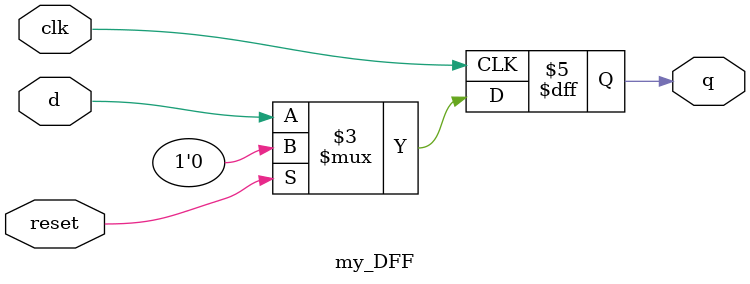
<source format=v>
module top_module (
    input wire       clk,
    input wire       reset,
    input wire [7:0] d,
    output reg [7:0] q
);
    
    my_DFF u0 (.clk(clk), .reset(reset), .d(d[0]), .q(q[0]));
    my_DFF u1 (.clk(clk), .reset(reset), .d(d[1]), .q(q[1]));
    my_DFF u2 (.clk(clk), .reset(reset), .d(d[2]), .q(q[2]));
    my_DFF u3 (.clk(clk), .reset(reset), .d(d[3]), .q(q[3]));
    my_DFF u4 (.clk(clk), .reset(reset), .d(d[4]), .q(q[4]));
    my_DFF u5 (.clk(clk), .reset(reset), .d(d[5]), .q(q[5]));
    my_DFF u6 (.clk(clk), .reset(reset), .d(d[6]), .q(q[6]));
    my_DFF u7 (.clk(clk), .reset(reset), .d(d[7]), .q(q[7]));

endmodule

module my_DFF (
    input wire clk,
    input wire reset,
    input wire d,
    output reg q
);
    
    always @(posedge clk) begin
        if (reset)
            q <= 0;
        else
            q <= d;
    end
    
endmodule
</source>
